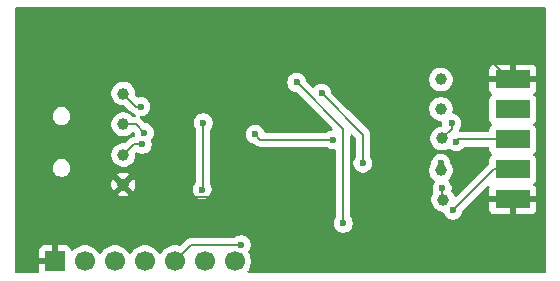
<source format=gbr>
%TF.GenerationSoftware,KiCad,Pcbnew,9.0.6*%
%TF.CreationDate,2025-12-15T15:35:09+00:00*%
%TF.ProjectId,_2 Blaster,a3322042-6c61-4737-9465-722e6b696361,rev?*%
%TF.SameCoordinates,Original*%
%TF.FileFunction,Copper,L2,Bot*%
%TF.FilePolarity,Positive*%
%FSLAX46Y46*%
G04 Gerber Fmt 4.6, Leading zero omitted, Abs format (unit mm)*
G04 Created by KiCad (PCBNEW 9.0.6) date 2025-12-15 15:35:09*
%MOMM*%
%LPD*%
G01*
G04 APERTURE LIST*
%TA.AperFunction,SMDPad,CuDef*%
%ADD10R,3.000000X1.524000*%
%TD*%
%TA.AperFunction,ComponentPad*%
%ADD11R,1.700000X1.700000*%
%TD*%
%TA.AperFunction,ComponentPad*%
%ADD12C,1.700000*%
%TD*%
%TA.AperFunction,SMDPad,CuDef*%
%ADD13C,1.000000*%
%TD*%
%TA.AperFunction,ViaPad*%
%ADD14C,0.600000*%
%TD*%
%TA.AperFunction,Conductor*%
%ADD15C,0.200000*%
%TD*%
G04 APERTURE END LIST*
D10*
%TO.P,JTAG1,2,2*%
%TO.N,GND*%
X131667250Y-89601675D03*
%TO.P,JTAG1,4,4*%
%TO.N,VCCTarget*%
X131667250Y-92141675D03*
%TO.P,JTAG1,6,6*%
%TO.N,NCE*%
X131667250Y-94681675D03*
%TO.P,JTAG1,8,8*%
%TO.N,NCS*%
X131667250Y-97221675D03*
%TO.P,JTAG1,10,10*%
%TO.N,GND*%
X131667250Y-99761675D03*
%TD*%
D11*
%TO.P,J1,1,Pin_1*%
%TO.N,GND*%
X92916375Y-105000000D03*
D12*
%TO.P,J1,2,Pin_2*%
%TO.N,DATA+*%
X95456375Y-105000000D03*
%TO.P,J1,3,Pin_3*%
%TO.N,DATA-*%
X97996375Y-105000000D03*
%TO.P,J1,4,Pin_4*%
%TO.N,+3V3*%
X100536375Y-105000000D03*
%TO.P,J1,5,Pin_5*%
%TO.N,RXD*%
X103076375Y-105000000D03*
%TO.P,J1,6,Pin_6*%
%TO.N,TCKI*%
X105616375Y-105000000D03*
%TO.P,J1,7,Pin_7*%
%TO.N,GND*%
X108156375Y-105000000D03*
%TD*%
D13*
%TO.P,TP7,1,1*%
%TO.N,TMS*%
X125700000Y-94600000D03*
%TD*%
%TO.P,TP8,1,1*%
%TO.N,ASDO*%
X125600000Y-97300000D03*
%TD*%
%TO.P,TP2,1,1*%
%TO.N,DATA-*%
X98700000Y-93400000D03*
%TD*%
%TO.P,TP1,1,1*%
%TO.N,VIN*%
X98700000Y-90800000D03*
%TD*%
%TO.P,TP4,1,1*%
%TO.N,GND*%
X98700000Y-98500000D03*
%TD*%
%TO.P,TP5,1,1*%
%TO.N,TCK*%
X125600000Y-89600000D03*
%TD*%
%TO.P,TP9,1,1*%
%TO.N,TDI*%
X125800000Y-99800000D03*
%TD*%
%TO.P,TP3,1,1*%
%TO.N,DATA+*%
X98700000Y-96000000D03*
%TD*%
%TO.P,TP6,1,1*%
%TO.N,TDO*%
X125600000Y-92100000D03*
%TD*%
D14*
%TO.N,+3V3*%
X105483025Y-93268800D03*
X105378250Y-98923475D03*
%TO.N,GND*%
X103625650Y-99069525D03*
X129800350Y-105302050D03*
X125555375Y-83800000D03*
X115600000Y-103500000D03*
X100034725Y-99104450D03*
%TO.N,DATA+*%
X100320475Y-95100000D03*
%TO.N,DATA-*%
X100500000Y-94097575D03*
%TO.N,VIN*%
X100200000Y-91900000D03*
%TO.N,ASDOI*%
X119000000Y-96685100D03*
X115490625Y-90763725D03*
%TO.N,ENABLE*%
X113395125Y-89858850D03*
X117344825Y-101784150D03*
%TO.N,NCE1*%
X109870875Y-94253050D03*
X116500275Y-94707075D03*
%TO.N,ASDO*%
X125600000Y-96685100D03*
%TO.N,NCS*%
X126625350Y-100666550D03*
%TO.N,TDI*%
X125700000Y-98809175D03*
%TO.N,TDO*%
X125600000Y-92141675D03*
%TO.N,TMS*%
X126500000Y-93300000D03*
%TO.N,NCE*%
X126879350Y-94865825D03*
%TO.N,TCK*%
X125600000Y-89600000D03*
%TO.N,RXD*%
X108703923Y-103603923D03*
%TD*%
D15*
%TO.N,+3V3*%
X105483025Y-98818700D02*
X105378250Y-98923475D01*
X105483025Y-93268800D02*
X105483025Y-98818700D01*
%TO.N,GND*%
X131667250Y-103435150D02*
X129800350Y-105302050D01*
X131667250Y-99761675D02*
X131667250Y-103435150D01*
X103625650Y-99069525D02*
X100174425Y-99069525D01*
X99004450Y-99104450D02*
X98400000Y-98500000D01*
X131667250Y-89601675D02*
X131357050Y-89601675D01*
X115600000Y-103500000D02*
X111624475Y-99524475D01*
X104080600Y-99524475D02*
X103625650Y-99069525D01*
X131357050Y-89601675D02*
X125555375Y-83800000D01*
X100034725Y-98999675D02*
X100034725Y-99104450D01*
X100174425Y-99069525D02*
X100069650Y-98964750D01*
X100034725Y-99104450D02*
X99004450Y-99104450D01*
X100069650Y-98964750D02*
X100034725Y-98999675D01*
X111624475Y-99524475D02*
X104080600Y-99524475D01*
%TO.N,DATA+*%
X99600000Y-95100000D02*
X98700000Y-96000000D01*
X100320475Y-95100000D02*
X99600000Y-95100000D01*
%TO.N,DATA-*%
X100500000Y-94097575D02*
X99802425Y-93400000D01*
X99802425Y-93400000D02*
X98700000Y-93400000D01*
%TO.N,VIN*%
X100200000Y-91900000D02*
X99800000Y-91900000D01*
X99800000Y-91900000D02*
X98700000Y-90800000D01*
%TO.N,ASDOI*%
X119000000Y-94273100D02*
X115490625Y-90763725D01*
X119000000Y-96685100D02*
X119000000Y-94273100D01*
%TO.N,ENABLE*%
X117344825Y-93808550D02*
X113395125Y-89858850D01*
X117344825Y-101784150D02*
X117344825Y-93808550D01*
%TO.N,NCE1*%
X116500275Y-94707075D02*
X110324900Y-94707075D01*
X110324900Y-94707075D02*
X109870875Y-94253050D01*
%TO.N,ASDO*%
X125600000Y-96685100D02*
X125600000Y-97300000D01*
%TO.N,NCS*%
X130070225Y-97221675D02*
X131667250Y-97221675D01*
X126625350Y-100666550D02*
X130070225Y-97221675D01*
%TO.N,TDI*%
X125700000Y-98809175D02*
X125700000Y-99700000D01*
X125700000Y-99700000D02*
X125800000Y-99800000D01*
%TO.N,TMS*%
X126500000Y-93800000D02*
X125700000Y-94600000D01*
X126500000Y-93300000D02*
X126500000Y-93800000D01*
%TO.N,NCE*%
X127063500Y-94681675D02*
X131667250Y-94681675D01*
X126879350Y-94865825D02*
X127063500Y-94681675D01*
%TO.N,RXD*%
X104472452Y-103603923D02*
X108703923Y-103603923D01*
X103076375Y-105000000D02*
X104472452Y-103603923D01*
%TD*%
%TA.AperFunction,Conductor*%
%TO.N,GND*%
G36*
X134442539Y-83520185D02*
G01*
X134488294Y-83572989D01*
X134499500Y-83624500D01*
X134499500Y-105875500D01*
X134479815Y-105942539D01*
X134427011Y-105988294D01*
X134375500Y-105999500D01*
X109342251Y-105999500D01*
X109275212Y-105979815D01*
X109229457Y-105927011D01*
X109219513Y-105857853D01*
X109241933Y-105802615D01*
X109310995Y-105707557D01*
X109407470Y-105518217D01*
X109473132Y-105316130D01*
X109473132Y-105316127D01*
X109506375Y-105106246D01*
X109506375Y-104893753D01*
X109473132Y-104683872D01*
X109473132Y-104683869D01*
X109407470Y-104481782D01*
X109310997Y-104292444D01*
X109304438Y-104283417D01*
X109280957Y-104217611D01*
X109296782Y-104149557D01*
X109317070Y-104122853D01*
X109325712Y-104114212D01*
X109413317Y-103983102D01*
X109473660Y-103837420D01*
X109504423Y-103682765D01*
X109504423Y-103525081D01*
X109504423Y-103525078D01*
X109504422Y-103525076D01*
X109473661Y-103370433D01*
X109473660Y-103370426D01*
X109417651Y-103235207D01*
X109413320Y-103224750D01*
X109413313Y-103224737D01*
X109325712Y-103093634D01*
X109325709Y-103093630D01*
X109214215Y-102982136D01*
X109214211Y-102982133D01*
X109083108Y-102894532D01*
X109083095Y-102894525D01*
X108937424Y-102834187D01*
X108937412Y-102834184D01*
X108782768Y-102803423D01*
X108782765Y-102803423D01*
X108625081Y-102803423D01*
X108625078Y-102803423D01*
X108470433Y-102834184D01*
X108470421Y-102834187D01*
X108324750Y-102894525D01*
X108324737Y-102894532D01*
X108193048Y-102982525D01*
X108126370Y-103003403D01*
X108124157Y-103003423D01*
X104559121Y-103003423D01*
X104559105Y-103003422D01*
X104551509Y-103003422D01*
X104393395Y-103003422D01*
X104286039Y-103032188D01*
X104240662Y-103044347D01*
X104240661Y-103044348D01*
X104190548Y-103073282D01*
X104190547Y-103073283D01*
X104155305Y-103093630D01*
X104103737Y-103123402D01*
X104103734Y-103123404D01*
X103991930Y-103235209D01*
X103560897Y-103666241D01*
X103499574Y-103699726D01*
X103434898Y-103696491D01*
X103392620Y-103682754D01*
X103252647Y-103660584D01*
X103182662Y-103649500D01*
X102970088Y-103649500D01*
X102921417Y-103657208D01*
X102760135Y-103682753D01*
X102557960Y-103748444D01*
X102368554Y-103844951D01*
X102196588Y-103969890D01*
X102046265Y-104120213D01*
X101921324Y-104292182D01*
X101916859Y-104300946D01*
X101868884Y-104351742D01*
X101801063Y-104368536D01*
X101734928Y-104345998D01*
X101695891Y-104300946D01*
X101691425Y-104292182D01*
X101566484Y-104120213D01*
X101416161Y-103969890D01*
X101244195Y-103844951D01*
X101054789Y-103748444D01*
X101054788Y-103748443D01*
X101054787Y-103748443D01*
X100852618Y-103682754D01*
X100852616Y-103682753D01*
X100852615Y-103682753D01*
X100691332Y-103657208D01*
X100642662Y-103649500D01*
X100430088Y-103649500D01*
X100381417Y-103657208D01*
X100220135Y-103682753D01*
X100017960Y-103748444D01*
X99828554Y-103844951D01*
X99656588Y-103969890D01*
X99506265Y-104120213D01*
X99381324Y-104292182D01*
X99376859Y-104300946D01*
X99328884Y-104351742D01*
X99261063Y-104368536D01*
X99194928Y-104345998D01*
X99155891Y-104300946D01*
X99151425Y-104292182D01*
X99026484Y-104120213D01*
X98876161Y-103969890D01*
X98704195Y-103844951D01*
X98514789Y-103748444D01*
X98514788Y-103748443D01*
X98514787Y-103748443D01*
X98312618Y-103682754D01*
X98312616Y-103682753D01*
X98312615Y-103682753D01*
X98151332Y-103657208D01*
X98102662Y-103649500D01*
X97890088Y-103649500D01*
X97841417Y-103657208D01*
X97680135Y-103682753D01*
X97477960Y-103748444D01*
X97288554Y-103844951D01*
X97116588Y-103969890D01*
X96966265Y-104120213D01*
X96841324Y-104292182D01*
X96836859Y-104300946D01*
X96788884Y-104351742D01*
X96721063Y-104368536D01*
X96654928Y-104345998D01*
X96615891Y-104300946D01*
X96611425Y-104292182D01*
X96486484Y-104120213D01*
X96336161Y-103969890D01*
X96164195Y-103844951D01*
X95974789Y-103748444D01*
X95974788Y-103748443D01*
X95974787Y-103748443D01*
X95772618Y-103682754D01*
X95772616Y-103682753D01*
X95772615Y-103682753D01*
X95611332Y-103657208D01*
X95562662Y-103649500D01*
X95350088Y-103649500D01*
X95301417Y-103657208D01*
X95140135Y-103682753D01*
X94937960Y-103748444D01*
X94748554Y-103844951D01*
X94576590Y-103969889D01*
X94462660Y-104083819D01*
X94401337Y-104117303D01*
X94331645Y-104112319D01*
X94275712Y-104070447D01*
X94258797Y-104039470D01*
X94209729Y-103907913D01*
X94209725Y-103907906D01*
X94123565Y-103792812D01*
X94123562Y-103792809D01*
X94008468Y-103706649D01*
X94008461Y-103706645D01*
X93873754Y-103656403D01*
X93873747Y-103656401D01*
X93814219Y-103650000D01*
X93166375Y-103650000D01*
X93166375Y-104566988D01*
X93109368Y-104534075D01*
X92982201Y-104500000D01*
X92850549Y-104500000D01*
X92723382Y-104534075D01*
X92666375Y-104566988D01*
X92666375Y-103650000D01*
X92018530Y-103650000D01*
X91959002Y-103656401D01*
X91958995Y-103656403D01*
X91824288Y-103706645D01*
X91824281Y-103706649D01*
X91709187Y-103792809D01*
X91709184Y-103792812D01*
X91623024Y-103907906D01*
X91623020Y-103907913D01*
X91572778Y-104042620D01*
X91572776Y-104042627D01*
X91566375Y-104102155D01*
X91566375Y-104750000D01*
X92483363Y-104750000D01*
X92450450Y-104807007D01*
X92416375Y-104934174D01*
X92416375Y-105065826D01*
X92450450Y-105192993D01*
X92483363Y-105250000D01*
X91566375Y-105250000D01*
X91566375Y-105875500D01*
X91546690Y-105942539D01*
X91493886Y-105988294D01*
X91442375Y-105999500D01*
X89624500Y-105999500D01*
X89557461Y-105979815D01*
X89511706Y-105927011D01*
X89500500Y-105875500D01*
X89500500Y-99362572D01*
X98190979Y-99362572D01*
X98226328Y-99386192D01*
X98408306Y-99461569D01*
X98408318Y-99461572D01*
X98601504Y-99499999D01*
X98601508Y-99500000D01*
X98798492Y-99500000D01*
X98798495Y-99499999D01*
X98991681Y-99461572D01*
X98991693Y-99461569D01*
X99173676Y-99386190D01*
X99173680Y-99386187D01*
X99209019Y-99362573D01*
X99209020Y-99362572D01*
X98700001Y-98853553D01*
X98700000Y-98853553D01*
X98190979Y-99362572D01*
X89500500Y-99362572D01*
X89500500Y-98401504D01*
X97700000Y-98401504D01*
X97700000Y-98598495D01*
X97738427Y-98791681D01*
X97738430Y-98791693D01*
X97813808Y-98973673D01*
X97813809Y-98973675D01*
X97837425Y-99009019D01*
X98346446Y-98500000D01*
X98346446Y-98499999D01*
X99053553Y-98499999D01*
X99053553Y-98500001D01*
X99562572Y-99009020D01*
X99562573Y-99009019D01*
X99586187Y-98973680D01*
X99586188Y-98973679D01*
X99639642Y-98844628D01*
X104577750Y-98844628D01*
X104577750Y-99002321D01*
X104608511Y-99156964D01*
X104608514Y-99156976D01*
X104668852Y-99302647D01*
X104668859Y-99302660D01*
X104756460Y-99433763D01*
X104756463Y-99433767D01*
X104867957Y-99545261D01*
X104867961Y-99545264D01*
X104999064Y-99632865D01*
X104999077Y-99632872D01*
X105144748Y-99693210D01*
X105144753Y-99693212D01*
X105299403Y-99723974D01*
X105299406Y-99723975D01*
X105299408Y-99723975D01*
X105457094Y-99723975D01*
X105457095Y-99723974D01*
X105611747Y-99693212D01*
X105757429Y-99632869D01*
X105888539Y-99545264D01*
X106000039Y-99433764D01*
X106087644Y-99302654D01*
X106147987Y-99156972D01*
X106178750Y-99002317D01*
X106178750Y-98844633D01*
X106178750Y-98844630D01*
X106178749Y-98844628D01*
X106147987Y-98689978D01*
X106123582Y-98631058D01*
X106092964Y-98557139D01*
X106083525Y-98509687D01*
X106083525Y-94174203D01*
X109070375Y-94174203D01*
X109070375Y-94331896D01*
X109101136Y-94486539D01*
X109101139Y-94486551D01*
X109161477Y-94632222D01*
X109161484Y-94632235D01*
X109249085Y-94763338D01*
X109249088Y-94763342D01*
X109360582Y-94874836D01*
X109360586Y-94874839D01*
X109491689Y-94962440D01*
X109491702Y-94962447D01*
X109602275Y-95008247D01*
X109637378Y-95022787D01*
X109750310Y-95045250D01*
X109792721Y-95053687D01*
X109854632Y-95086072D01*
X109856211Y-95087622D01*
X109956184Y-95187595D01*
X110037498Y-95234541D01*
X110093115Y-95266652D01*
X110245842Y-95307575D01*
X110245843Y-95307575D01*
X115920509Y-95307575D01*
X115987548Y-95327260D01*
X115989400Y-95328473D01*
X116121089Y-95416465D01*
X116121102Y-95416472D01*
X116233437Y-95463002D01*
X116266778Y-95476812D01*
X116404416Y-95504190D01*
X116421428Y-95507574D01*
X116421431Y-95507575D01*
X116421433Y-95507575D01*
X116579115Y-95507575D01*
X116579117Y-95507575D01*
X116596133Y-95504190D01*
X116665721Y-95510416D01*
X116720900Y-95553277D01*
X116744147Y-95619166D01*
X116744325Y-95625807D01*
X116744325Y-101204384D01*
X116724640Y-101271423D01*
X116723427Y-101273275D01*
X116635434Y-101404964D01*
X116635427Y-101404977D01*
X116575089Y-101550648D01*
X116575086Y-101550660D01*
X116544325Y-101705303D01*
X116544325Y-101862996D01*
X116575086Y-102017639D01*
X116575089Y-102017651D01*
X116635427Y-102163322D01*
X116635434Y-102163335D01*
X116723035Y-102294438D01*
X116723038Y-102294442D01*
X116834532Y-102405936D01*
X116834536Y-102405939D01*
X116965639Y-102493540D01*
X116965652Y-102493547D01*
X117111323Y-102553885D01*
X117111328Y-102553887D01*
X117265978Y-102584649D01*
X117265981Y-102584650D01*
X117265983Y-102584650D01*
X117423669Y-102584650D01*
X117423670Y-102584649D01*
X117578322Y-102553887D01*
X117724004Y-102493544D01*
X117855114Y-102405939D01*
X117966614Y-102294439D01*
X118054219Y-102163329D01*
X118114562Y-102017647D01*
X118145325Y-101862992D01*
X118145325Y-101705308D01*
X118145325Y-101705305D01*
X118145324Y-101705303D01*
X118114563Y-101550660D01*
X118114562Y-101550653D01*
X118079933Y-101467050D01*
X118054222Y-101404977D01*
X118054215Y-101404964D01*
X117966223Y-101273275D01*
X117945345Y-101206597D01*
X117945325Y-101204384D01*
X117945325Y-94367022D01*
X117965010Y-94299983D01*
X118017814Y-94254228D01*
X118086972Y-94244284D01*
X118150528Y-94273309D01*
X118157006Y-94279341D01*
X118363181Y-94485516D01*
X118396666Y-94546839D01*
X118399500Y-94573197D01*
X118399500Y-96105334D01*
X118379815Y-96172373D01*
X118378602Y-96174225D01*
X118290609Y-96305914D01*
X118290602Y-96305927D01*
X118230264Y-96451598D01*
X118230261Y-96451610D01*
X118199500Y-96606253D01*
X118199500Y-96763946D01*
X118230261Y-96918589D01*
X118230264Y-96918601D01*
X118290602Y-97064272D01*
X118290609Y-97064285D01*
X118378210Y-97195388D01*
X118378213Y-97195392D01*
X118489707Y-97306886D01*
X118489711Y-97306889D01*
X118620814Y-97394490D01*
X118620827Y-97394497D01*
X118766498Y-97454835D01*
X118766503Y-97454837D01*
X118921153Y-97485599D01*
X118921156Y-97485600D01*
X118921158Y-97485600D01*
X119078844Y-97485600D01*
X119078845Y-97485599D01*
X119233497Y-97454837D01*
X119379179Y-97394494D01*
X119510289Y-97306889D01*
X119621789Y-97195389D01*
X119709394Y-97064279D01*
X119769737Y-96918597D01*
X119800500Y-96763942D01*
X119800500Y-96606258D01*
X119800500Y-96606255D01*
X119800499Y-96606253D01*
X119782273Y-96514624D01*
X119769737Y-96451603D01*
X119761819Y-96432487D01*
X119709397Y-96305927D01*
X119709390Y-96305914D01*
X119621398Y-96174225D01*
X119600520Y-96107547D01*
X119600500Y-96105334D01*
X119600500Y-94362160D01*
X119600501Y-94362147D01*
X119600501Y-94194044D01*
X119595971Y-94177139D01*
X119559577Y-94041316D01*
X119547009Y-94019548D01*
X119480524Y-93904390D01*
X119480518Y-93904382D01*
X117774679Y-92198543D01*
X124599499Y-92198543D01*
X124637947Y-92391829D01*
X124637950Y-92391839D01*
X124713364Y-92573907D01*
X124713371Y-92573920D01*
X124822860Y-92737781D01*
X124822863Y-92737785D01*
X124962214Y-92877136D01*
X124962218Y-92877139D01*
X125126079Y-92986628D01*
X125126092Y-92986635D01*
X125286497Y-93053076D01*
X125308165Y-93062051D01*
X125308169Y-93062051D01*
X125308170Y-93062052D01*
X125501456Y-93100500D01*
X125575500Y-93100500D01*
X125642539Y-93120185D01*
X125688294Y-93172989D01*
X125699500Y-93224500D01*
X125699500Y-93378842D01*
X125699500Y-93378844D01*
X125699499Y-93378844D01*
X125713973Y-93451604D01*
X125707746Y-93521196D01*
X125664883Y-93576373D01*
X125607393Y-93598109D01*
X125607434Y-93598311D01*
X125606224Y-93598551D01*
X125604515Y-93599198D01*
X125601463Y-93599498D01*
X125408170Y-93637947D01*
X125408160Y-93637950D01*
X125226092Y-93713364D01*
X125226079Y-93713371D01*
X125062218Y-93822860D01*
X125062214Y-93822863D01*
X124922863Y-93962214D01*
X124922860Y-93962218D01*
X124813371Y-94126079D01*
X124813364Y-94126092D01*
X124737950Y-94308160D01*
X124737947Y-94308170D01*
X124699500Y-94501456D01*
X124699500Y-94501459D01*
X124699500Y-94698541D01*
X124699500Y-94698543D01*
X124699499Y-94698543D01*
X124737947Y-94891829D01*
X124737950Y-94891839D01*
X124813364Y-95073907D01*
X124813371Y-95073920D01*
X124922860Y-95237781D01*
X124922863Y-95237785D01*
X125062214Y-95377136D01*
X125062218Y-95377139D01*
X125226079Y-95486628D01*
X125226092Y-95486635D01*
X125408160Y-95562049D01*
X125408165Y-95562051D01*
X125408169Y-95562051D01*
X125408170Y-95562052D01*
X125601456Y-95600500D01*
X125601459Y-95600500D01*
X125798543Y-95600500D01*
X125928582Y-95574632D01*
X125991835Y-95562051D01*
X126173914Y-95486632D01*
X126205694Y-95465396D01*
X126272367Y-95444519D01*
X126339747Y-95463002D01*
X126362264Y-95480818D01*
X126369057Y-95487611D01*
X126369061Y-95487614D01*
X126500164Y-95575215D01*
X126500177Y-95575222D01*
X126584845Y-95610292D01*
X126645853Y-95635562D01*
X126800503Y-95666324D01*
X126800506Y-95666325D01*
X126800508Y-95666325D01*
X126958194Y-95666325D01*
X126958195Y-95666324D01*
X127112847Y-95635562D01*
X127258529Y-95575219D01*
X127389639Y-95487614D01*
X127501139Y-95376114D01*
X127515471Y-95354664D01*
X127527085Y-95337284D01*
X127580698Y-95292479D01*
X127630187Y-95282175D01*
X129542751Y-95282175D01*
X129609790Y-95301860D01*
X129655545Y-95354664D01*
X129666751Y-95406175D01*
X129666751Y-95491551D01*
X129673158Y-95551158D01*
X129723452Y-95686003D01*
X129723456Y-95686010D01*
X129809702Y-95801219D01*
X129809703Y-95801219D01*
X129809704Y-95801221D01*
X129858697Y-95837897D01*
X129878082Y-95852409D01*
X129919952Y-95908343D01*
X129924936Y-95978035D01*
X129891450Y-96039357D01*
X129878082Y-96050941D01*
X129809702Y-96102130D01*
X129723456Y-96217339D01*
X129723452Y-96217346D01*
X129673158Y-96352192D01*
X129666751Y-96411791D01*
X129666751Y-96411798D01*
X129666750Y-96411810D01*
X129666750Y-96724550D01*
X129658106Y-96753984D01*
X129651584Y-96783974D01*
X129647827Y-96788992D01*
X129647065Y-96791589D01*
X129630433Y-96812229D01*
X129589705Y-96852959D01*
X129589704Y-96852959D01*
X129589703Y-96852961D01*
X126943783Y-99498880D01*
X126882460Y-99532365D01*
X126812768Y-99527381D01*
X126756835Y-99485509D01*
X126741545Y-99458658D01*
X126686632Y-99326086D01*
X126686628Y-99326079D01*
X126577139Y-99162218D01*
X126577136Y-99162214D01*
X126514589Y-99099667D01*
X126481104Y-99038344D01*
X126480653Y-98987794D01*
X126500500Y-98888019D01*
X126500500Y-98730330D01*
X126500499Y-98730328D01*
X126469737Y-98575678D01*
X126456738Y-98544296D01*
X126409397Y-98430002D01*
X126409390Y-98429989D01*
X126321789Y-98298886D01*
X126321786Y-98298882D01*
X126256594Y-98233690D01*
X126223109Y-98172367D01*
X126228093Y-98102675D01*
X126256594Y-98058328D01*
X126377136Y-97937785D01*
X126377139Y-97937782D01*
X126486632Y-97773914D01*
X126562051Y-97591835D01*
X126589302Y-97454837D01*
X126600500Y-97398543D01*
X126600500Y-97201456D01*
X126562052Y-97008170D01*
X126562051Y-97008169D01*
X126562051Y-97008165D01*
X126508410Y-96878662D01*
X126486633Y-96826088D01*
X126461846Y-96788992D01*
X126430501Y-96742080D01*
X126421398Y-96728456D01*
X126400520Y-96661778D01*
X126400500Y-96659565D01*
X126400500Y-96606255D01*
X126400499Y-96606253D01*
X126382273Y-96514624D01*
X126369737Y-96451603D01*
X126361819Y-96432487D01*
X126309397Y-96305927D01*
X126309390Y-96305914D01*
X126221789Y-96174811D01*
X126221786Y-96174807D01*
X126110292Y-96063313D01*
X126110288Y-96063310D01*
X125979185Y-95975709D01*
X125979172Y-95975702D01*
X125833501Y-95915364D01*
X125833489Y-95915361D01*
X125678845Y-95884600D01*
X125678842Y-95884600D01*
X125521158Y-95884600D01*
X125521155Y-95884600D01*
X125366510Y-95915361D01*
X125366498Y-95915364D01*
X125220827Y-95975702D01*
X125220814Y-95975709D01*
X125089711Y-96063310D01*
X125089707Y-96063313D01*
X124978213Y-96174807D01*
X124978210Y-96174811D01*
X124890609Y-96305914D01*
X124890602Y-96305927D01*
X124830264Y-96451598D01*
X124830261Y-96451610D01*
X124799500Y-96606253D01*
X124799500Y-96659565D01*
X124779815Y-96726604D01*
X124778602Y-96728456D01*
X124713366Y-96826088D01*
X124637950Y-97008160D01*
X124637947Y-97008170D01*
X124599500Y-97201456D01*
X124599500Y-97201459D01*
X124599500Y-97398541D01*
X124599500Y-97398543D01*
X124599499Y-97398543D01*
X124637947Y-97591829D01*
X124637950Y-97591839D01*
X124713364Y-97773907D01*
X124713371Y-97773920D01*
X124822860Y-97937781D01*
X124822863Y-97937785D01*
X124962217Y-98077139D01*
X125041740Y-98130274D01*
X125086545Y-98183886D01*
X125095252Y-98253211D01*
X125075951Y-98302267D01*
X124990609Y-98429989D01*
X124990602Y-98430002D01*
X124930264Y-98575673D01*
X124930261Y-98575685D01*
X124899500Y-98730328D01*
X124899500Y-98888021D01*
X124930261Y-99042664D01*
X124930264Y-99042676D01*
X124970902Y-99140785D01*
X124978371Y-99210254D01*
X124959444Y-99257126D01*
X124913373Y-99326077D01*
X124913364Y-99326093D01*
X124837950Y-99508160D01*
X124837947Y-99508170D01*
X124799500Y-99701456D01*
X124799500Y-99701459D01*
X124799500Y-99898541D01*
X124799500Y-99898543D01*
X124799499Y-99898543D01*
X124837947Y-100091829D01*
X124837950Y-100091839D01*
X124913364Y-100273907D01*
X124913371Y-100273920D01*
X125022860Y-100437781D01*
X125022863Y-100437785D01*
X125162214Y-100577136D01*
X125162218Y-100577139D01*
X125326079Y-100686628D01*
X125326092Y-100686635D01*
X125467946Y-100745392D01*
X125508165Y-100762051D01*
X125508169Y-100762051D01*
X125508170Y-100762052D01*
X125701456Y-100800500D01*
X125701459Y-100800500D01*
X125734048Y-100800500D01*
X125801087Y-100820185D01*
X125846842Y-100872989D01*
X125853708Y-100894252D01*
X125853843Y-100894212D01*
X125855613Y-100900048D01*
X125915952Y-101045722D01*
X125915959Y-101045735D01*
X126003560Y-101176838D01*
X126003563Y-101176842D01*
X126115057Y-101288336D01*
X126115061Y-101288339D01*
X126246164Y-101375940D01*
X126246177Y-101375947D01*
X126316263Y-101404977D01*
X126391853Y-101436287D01*
X126546503Y-101467049D01*
X126546506Y-101467050D01*
X126546508Y-101467050D01*
X126704194Y-101467050D01*
X126704195Y-101467049D01*
X126858847Y-101436287D01*
X127004529Y-101375944D01*
X127135639Y-101288339D01*
X127247139Y-101176839D01*
X127334744Y-101045729D01*
X127395087Y-100900047D01*
X127421797Y-100765768D01*
X127425988Y-100744700D01*
X127458373Y-100682789D01*
X127459869Y-100681265D01*
X127569615Y-100571519D01*
X129667250Y-100571519D01*
X129673651Y-100631047D01*
X129673653Y-100631054D01*
X129723895Y-100765761D01*
X129723899Y-100765768D01*
X129810059Y-100880862D01*
X129810062Y-100880865D01*
X129925156Y-100967025D01*
X129925163Y-100967029D01*
X130059870Y-101017271D01*
X130059877Y-101017273D01*
X130119405Y-101023674D01*
X130119422Y-101023675D01*
X131417250Y-101023675D01*
X131917250Y-101023675D01*
X133215078Y-101023675D01*
X133215094Y-101023674D01*
X133274622Y-101017273D01*
X133274629Y-101017271D01*
X133409336Y-100967029D01*
X133409343Y-100967025D01*
X133524437Y-100880865D01*
X133524440Y-100880862D01*
X133610600Y-100765768D01*
X133610604Y-100765761D01*
X133660846Y-100631054D01*
X133660848Y-100631047D01*
X133667249Y-100571519D01*
X133667250Y-100571502D01*
X133667250Y-100011675D01*
X131917250Y-100011675D01*
X131917250Y-101023675D01*
X131417250Y-101023675D01*
X131417250Y-100011675D01*
X129667250Y-100011675D01*
X129667250Y-100571519D01*
X127569615Y-100571519D01*
X129523448Y-98617685D01*
X129584769Y-98584202D01*
X129654461Y-98589186D01*
X129710394Y-98631058D01*
X129734811Y-98696522D01*
X129723642Y-98748025D01*
X129726996Y-98749276D01*
X129673653Y-98892295D01*
X129673651Y-98892302D01*
X129667250Y-98951830D01*
X129667250Y-99511675D01*
X133667250Y-99511675D01*
X133667250Y-98951847D01*
X133667249Y-98951830D01*
X133660848Y-98892302D01*
X133660846Y-98892295D01*
X133610604Y-98757588D01*
X133610600Y-98757581D01*
X133524440Y-98642488D01*
X133456001Y-98591254D01*
X133414130Y-98535320D01*
X133409146Y-98465628D01*
X133442631Y-98404305D01*
X133455992Y-98392727D01*
X133524796Y-98341221D01*
X133611046Y-98226006D01*
X133661341Y-98091158D01*
X133667750Y-98031548D01*
X133667749Y-96411803D01*
X133661341Y-96352192D01*
X133659432Y-96347075D01*
X133611047Y-96217346D01*
X133611043Y-96217339D01*
X133559373Y-96148318D01*
X133524796Y-96102129D01*
X133456416Y-96050940D01*
X133414547Y-95995008D01*
X133409563Y-95925316D01*
X133443048Y-95863993D01*
X133456411Y-95852413D01*
X133524796Y-95801221D01*
X133611046Y-95686006D01*
X133661341Y-95551158D01*
X133667750Y-95491548D01*
X133667749Y-93871803D01*
X133661341Y-93812192D01*
X133660631Y-93810289D01*
X133611047Y-93677346D01*
X133611043Y-93677339D01*
X133552546Y-93599198D01*
X133524796Y-93562129D01*
X133456416Y-93510940D01*
X133414547Y-93455008D01*
X133409563Y-93385316D01*
X133443048Y-93323993D01*
X133456411Y-93312413D01*
X133524796Y-93261221D01*
X133611046Y-93146006D01*
X133661341Y-93011158D01*
X133667750Y-92951548D01*
X133667749Y-91331803D01*
X133661341Y-91272192D01*
X133639402Y-91213371D01*
X133611047Y-91137346D01*
X133611043Y-91137339D01*
X133524797Y-91022130D01*
X133456000Y-90970628D01*
X133414130Y-90914694D01*
X133409146Y-90845002D01*
X133442632Y-90783680D01*
X133456002Y-90772095D01*
X133524439Y-90720863D01*
X133524440Y-90720862D01*
X133610600Y-90605768D01*
X133610604Y-90605761D01*
X133660846Y-90471054D01*
X133660848Y-90471047D01*
X133667249Y-90411519D01*
X133667250Y-90411502D01*
X133667250Y-89851675D01*
X129667250Y-89851675D01*
X129667250Y-90411519D01*
X129673651Y-90471047D01*
X129673653Y-90471054D01*
X129723895Y-90605761D01*
X129723899Y-90605768D01*
X129810058Y-90720861D01*
X129878498Y-90772095D01*
X129920369Y-90828029D01*
X129925353Y-90897721D01*
X129891868Y-90959044D01*
X129878499Y-90970628D01*
X129809702Y-91022130D01*
X129723456Y-91137339D01*
X129723452Y-91137346D01*
X129673158Y-91272192D01*
X129667711Y-91322860D01*
X129666751Y-91331798D01*
X129666750Y-91331810D01*
X129666750Y-92951545D01*
X129666751Y-92951551D01*
X129673158Y-93011158D01*
X129723452Y-93146003D01*
X129723456Y-93146010D01*
X129809702Y-93261219D01*
X129809703Y-93261219D01*
X129809704Y-93261221D01*
X129835488Y-93280523D01*
X129878082Y-93312409D01*
X129919952Y-93368343D01*
X129924936Y-93438035D01*
X129891450Y-93499357D01*
X129878082Y-93510941D01*
X129809702Y-93562130D01*
X129723456Y-93677339D01*
X129723452Y-93677346D01*
X129673158Y-93812192D01*
X129666751Y-93871791D01*
X129666751Y-93871798D01*
X129666750Y-93871810D01*
X129666750Y-93957175D01*
X129647065Y-94024214D01*
X129594261Y-94069969D01*
X129542750Y-94081175D01*
X127207943Y-94081175D01*
X127186899Y-94074995D01*
X127165014Y-94073507D01*
X127154030Y-94065344D01*
X127140904Y-94061490D01*
X127126541Y-94044914D01*
X127108935Y-94031830D01*
X127104108Y-94019025D01*
X127095149Y-94008686D01*
X127092027Y-93986977D01*
X127084290Y-93966451D01*
X127086178Y-93946300D01*
X127085205Y-93939528D01*
X127086686Y-93931238D01*
X127087347Y-93928147D01*
X127100501Y-93879057D01*
X127100501Y-93866650D01*
X127103244Y-93853827D01*
X127113889Y-93834169D01*
X127120186Y-93812725D01*
X127121399Y-93810873D01*
X127209390Y-93679185D01*
X127209390Y-93679184D01*
X127209394Y-93679179D01*
X127269737Y-93533497D01*
X127300500Y-93378842D01*
X127300500Y-93221158D01*
X127300500Y-93221155D01*
X127300499Y-93221153D01*
X127291515Y-93175990D01*
X127269737Y-93066503D01*
X127267892Y-93062049D01*
X127209397Y-92920827D01*
X127209390Y-92920814D01*
X127121789Y-92789710D01*
X127010292Y-92678213D01*
X127010288Y-92678210D01*
X126879185Y-92590609D01*
X126879172Y-92590602D01*
X126733501Y-92530264D01*
X126733491Y-92530261D01*
X126663706Y-92516380D01*
X126601795Y-92483995D01*
X126567221Y-92423279D01*
X126566281Y-92370571D01*
X126600500Y-92198543D01*
X126600500Y-92001456D01*
X126562052Y-91808170D01*
X126562051Y-91808169D01*
X126562051Y-91808165D01*
X126503376Y-91666510D01*
X126486635Y-91626092D01*
X126486628Y-91626079D01*
X126377139Y-91462218D01*
X126377136Y-91462214D01*
X126237785Y-91322863D01*
X126237781Y-91322860D01*
X126073920Y-91213371D01*
X126073907Y-91213364D01*
X125891839Y-91137950D01*
X125891829Y-91137947D01*
X125698543Y-91099500D01*
X125698541Y-91099500D01*
X125501459Y-91099500D01*
X125501457Y-91099500D01*
X125308170Y-91137947D01*
X125308160Y-91137950D01*
X125126092Y-91213364D01*
X125126079Y-91213371D01*
X124962218Y-91322860D01*
X124962214Y-91322863D01*
X124822863Y-91462214D01*
X124822860Y-91462218D01*
X124713371Y-91626079D01*
X124713364Y-91626092D01*
X124637950Y-91808160D01*
X124637947Y-91808170D01*
X124599500Y-92001456D01*
X124599500Y-92001459D01*
X124599500Y-92198541D01*
X124599500Y-92198543D01*
X124599499Y-92198543D01*
X117774679Y-92198543D01*
X116325198Y-90749062D01*
X116291713Y-90687739D01*
X116291262Y-90685572D01*
X116291125Y-90684883D01*
X116260362Y-90530228D01*
X116251221Y-90508160D01*
X116200022Y-90384552D01*
X116200015Y-90384539D01*
X116112414Y-90253436D01*
X116112411Y-90253432D01*
X116000917Y-90141938D01*
X116000913Y-90141935D01*
X115869810Y-90054334D01*
X115869797Y-90054327D01*
X115724126Y-89993989D01*
X115724114Y-89993986D01*
X115569470Y-89963225D01*
X115569467Y-89963225D01*
X115411783Y-89963225D01*
X115411780Y-89963225D01*
X115257135Y-89993986D01*
X115257123Y-89993989D01*
X115111452Y-90054327D01*
X115111439Y-90054334D01*
X114980336Y-90141935D01*
X114980332Y-90141938D01*
X114868838Y-90253432D01*
X114868833Y-90253439D01*
X114860693Y-90265620D01*
X114807078Y-90310422D01*
X114737752Y-90319125D01*
X114674727Y-90288966D01*
X114669914Y-90284404D01*
X114229699Y-89844189D01*
X114196214Y-89782866D01*
X114195763Y-89780699D01*
X114179421Y-89698543D01*
X124599499Y-89698543D01*
X124637947Y-89891829D01*
X124637950Y-89891839D01*
X124713364Y-90073907D01*
X124713371Y-90073920D01*
X124822860Y-90237781D01*
X124822863Y-90237785D01*
X124962214Y-90377136D01*
X124962218Y-90377139D01*
X125126079Y-90486628D01*
X125126092Y-90486635D01*
X125308160Y-90562049D01*
X125308165Y-90562051D01*
X125308169Y-90562051D01*
X125308170Y-90562052D01*
X125501456Y-90600500D01*
X125501459Y-90600500D01*
X125698543Y-90600500D01*
X125828582Y-90574632D01*
X125891835Y-90562051D01*
X126073914Y-90486632D01*
X126237782Y-90377139D01*
X126377139Y-90237782D01*
X126486632Y-90073914D01*
X126494744Y-90054331D01*
X126519739Y-89993986D01*
X126562051Y-89891835D01*
X126600500Y-89698541D01*
X126600500Y-89501459D01*
X126600500Y-89501456D01*
X126562052Y-89308170D01*
X126562051Y-89308169D01*
X126562051Y-89308165D01*
X126532599Y-89237060D01*
X126486635Y-89126092D01*
X126486628Y-89126079D01*
X126377139Y-88962218D01*
X126377136Y-88962214D01*
X126237785Y-88822863D01*
X126237781Y-88822860D01*
X126191342Y-88791830D01*
X129667250Y-88791830D01*
X129667250Y-89351675D01*
X131417250Y-89351675D01*
X131917250Y-89351675D01*
X133667250Y-89351675D01*
X133667250Y-88791847D01*
X133667249Y-88791830D01*
X133660848Y-88732302D01*
X133660846Y-88732295D01*
X133610604Y-88597588D01*
X133610600Y-88597581D01*
X133524440Y-88482487D01*
X133524437Y-88482484D01*
X133409343Y-88396324D01*
X133409336Y-88396320D01*
X133274629Y-88346078D01*
X133274622Y-88346076D01*
X133215094Y-88339675D01*
X131917250Y-88339675D01*
X131917250Y-89351675D01*
X131417250Y-89351675D01*
X131417250Y-88339675D01*
X130119405Y-88339675D01*
X130059877Y-88346076D01*
X130059870Y-88346078D01*
X129925163Y-88396320D01*
X129925156Y-88396324D01*
X129810062Y-88482484D01*
X129810059Y-88482487D01*
X129723899Y-88597581D01*
X129723895Y-88597588D01*
X129673653Y-88732295D01*
X129673651Y-88732302D01*
X129667250Y-88791830D01*
X126191342Y-88791830D01*
X126073920Y-88713371D01*
X126073907Y-88713364D01*
X125891839Y-88637950D01*
X125891829Y-88637947D01*
X125698543Y-88599500D01*
X125698541Y-88599500D01*
X125501459Y-88599500D01*
X125501457Y-88599500D01*
X125308170Y-88637947D01*
X125308160Y-88637950D01*
X125126092Y-88713364D01*
X125126079Y-88713371D01*
X124962218Y-88822860D01*
X124962214Y-88822863D01*
X124822863Y-88962214D01*
X124822860Y-88962218D01*
X124713371Y-89126079D01*
X124713364Y-89126092D01*
X124637950Y-89308160D01*
X124637947Y-89308170D01*
X124599500Y-89501456D01*
X124599500Y-89501459D01*
X124599500Y-89698541D01*
X124599500Y-89698543D01*
X124599499Y-89698543D01*
X114179421Y-89698543D01*
X114164863Y-89625360D01*
X114164862Y-89625353D01*
X114113543Y-89501456D01*
X114104522Y-89479677D01*
X114104515Y-89479664D01*
X114016914Y-89348561D01*
X114016911Y-89348557D01*
X113905417Y-89237063D01*
X113905413Y-89237060D01*
X113774310Y-89149459D01*
X113774297Y-89149452D01*
X113628626Y-89089114D01*
X113628614Y-89089111D01*
X113473970Y-89058350D01*
X113473967Y-89058350D01*
X113316283Y-89058350D01*
X113316280Y-89058350D01*
X113161635Y-89089111D01*
X113161623Y-89089114D01*
X113015952Y-89149452D01*
X113015939Y-89149459D01*
X112884836Y-89237060D01*
X112884832Y-89237063D01*
X112773338Y-89348557D01*
X112773335Y-89348561D01*
X112685734Y-89479664D01*
X112685727Y-89479677D01*
X112625389Y-89625348D01*
X112625386Y-89625360D01*
X112594625Y-89780003D01*
X112594625Y-89937696D01*
X112625386Y-90092339D01*
X112625389Y-90092351D01*
X112685727Y-90238022D01*
X112685734Y-90238035D01*
X112773335Y-90369138D01*
X112773338Y-90369142D01*
X112884832Y-90480636D01*
X112884836Y-90480639D01*
X113015939Y-90568240D01*
X113015952Y-90568247D01*
X113161623Y-90628585D01*
X113161628Y-90628587D01*
X113226272Y-90641445D01*
X113316974Y-90659488D01*
X113378885Y-90691873D01*
X113380464Y-90693424D01*
X116401008Y-93713968D01*
X116434493Y-93775291D01*
X116429509Y-93844983D01*
X116387637Y-93900916D01*
X116337519Y-93923266D01*
X116266783Y-93937336D01*
X116266773Y-93937339D01*
X116121102Y-93997677D01*
X116121089Y-93997684D01*
X115989400Y-94085677D01*
X115922722Y-94106555D01*
X115920509Y-94106575D01*
X110758974Y-94106575D01*
X110691935Y-94086890D01*
X110646180Y-94034086D01*
X110641449Y-94021575D01*
X110640612Y-94019555D01*
X110640612Y-94019553D01*
X110595306Y-93910174D01*
X110580272Y-93873877D01*
X110580265Y-93873864D01*
X110492664Y-93742761D01*
X110492661Y-93742757D01*
X110381167Y-93631263D01*
X110381163Y-93631260D01*
X110250060Y-93543659D01*
X110250047Y-93543652D01*
X110104376Y-93483314D01*
X110104364Y-93483311D01*
X109949720Y-93452550D01*
X109949717Y-93452550D01*
X109792033Y-93452550D01*
X109792030Y-93452550D01*
X109637385Y-93483311D01*
X109637373Y-93483314D01*
X109491702Y-93543652D01*
X109491689Y-93543659D01*
X109360586Y-93631260D01*
X109360582Y-93631263D01*
X109249088Y-93742757D01*
X109249085Y-93742761D01*
X109161484Y-93873864D01*
X109161477Y-93873877D01*
X109101139Y-94019548D01*
X109101136Y-94019560D01*
X109070375Y-94174203D01*
X106083525Y-94174203D01*
X106083525Y-93848565D01*
X106103210Y-93781526D01*
X106104423Y-93779674D01*
X106148327Y-93713968D01*
X106192419Y-93647979D01*
X106252762Y-93502297D01*
X106283525Y-93347642D01*
X106283525Y-93189958D01*
X106283525Y-93189955D01*
X106283524Y-93189953D01*
X106267254Y-93108160D01*
X106252762Y-93035303D01*
X106242761Y-93011158D01*
X106192422Y-92889627D01*
X106192415Y-92889614D01*
X106104814Y-92758511D01*
X106104811Y-92758507D01*
X105993317Y-92647013D01*
X105993313Y-92647010D01*
X105862210Y-92559409D01*
X105862197Y-92559402D01*
X105716526Y-92499064D01*
X105716514Y-92499061D01*
X105561870Y-92468300D01*
X105561867Y-92468300D01*
X105404183Y-92468300D01*
X105404180Y-92468300D01*
X105249535Y-92499061D01*
X105249523Y-92499064D01*
X105103852Y-92559402D01*
X105103839Y-92559409D01*
X104972736Y-92647010D01*
X104972732Y-92647013D01*
X104861238Y-92758507D01*
X104861235Y-92758511D01*
X104773634Y-92889614D01*
X104773627Y-92889627D01*
X104713289Y-93035298D01*
X104713286Y-93035310D01*
X104682525Y-93189953D01*
X104682525Y-93347646D01*
X104713286Y-93502289D01*
X104713289Y-93502301D01*
X104773627Y-93647972D01*
X104773634Y-93647985D01*
X104861627Y-93779674D01*
X104882505Y-93846351D01*
X104882525Y-93848565D01*
X104882525Y-98235759D01*
X104862840Y-98302798D01*
X104846206Y-98323440D01*
X104756463Y-98413182D01*
X104756460Y-98413186D01*
X104668859Y-98544289D01*
X104668852Y-98544302D01*
X104608514Y-98689973D01*
X104608511Y-98689985D01*
X104577750Y-98844628D01*
X99639642Y-98844628D01*
X99661569Y-98791691D01*
X99661572Y-98791681D01*
X99699999Y-98598495D01*
X99700000Y-98598492D01*
X99700000Y-98401508D01*
X99699999Y-98401504D01*
X99661572Y-98208318D01*
X99661569Y-98208306D01*
X99586192Y-98026328D01*
X99562572Y-97990979D01*
X99053553Y-98499999D01*
X98346446Y-98499999D01*
X97837426Y-97990978D01*
X97837426Y-97990979D01*
X97813813Y-98026318D01*
X97813809Y-98026325D01*
X97738429Y-98208310D01*
X97738427Y-98208318D01*
X97700000Y-98401504D01*
X89500500Y-98401504D01*
X89500500Y-97171495D01*
X92726524Y-97171495D01*
X92755365Y-97316482D01*
X92755368Y-97316492D01*
X92811937Y-97453063D01*
X92811944Y-97453076D01*
X92894073Y-97575990D01*
X92894076Y-97575994D01*
X92998605Y-97680523D01*
X92998609Y-97680526D01*
X93121523Y-97762655D01*
X93121536Y-97762662D01*
X93258107Y-97819231D01*
X93258112Y-97819233D01*
X93258116Y-97819233D01*
X93258117Y-97819234D01*
X93403104Y-97848075D01*
X93403107Y-97848075D01*
X93550945Y-97848075D01*
X93648487Y-97828671D01*
X93695938Y-97819233D01*
X93801572Y-97775477D01*
X93832513Y-97762662D01*
X93832513Y-97762661D01*
X93832520Y-97762659D01*
X93955441Y-97680526D01*
X93955444Y-97680523D01*
X93998542Y-97637426D01*
X98190978Y-97637426D01*
X98700000Y-98146446D01*
X98700001Y-98146446D01*
X99209020Y-97637426D01*
X99173675Y-97613809D01*
X99173673Y-97613808D01*
X98991693Y-97538430D01*
X98991681Y-97538427D01*
X98798495Y-97500000D01*
X98601504Y-97500000D01*
X98408318Y-97538427D01*
X98408310Y-97538429D01*
X98226325Y-97613809D01*
X98226318Y-97613813D01*
X98190979Y-97637426D01*
X98190978Y-97637426D01*
X93998542Y-97637426D01*
X94040012Y-97595956D01*
X94059973Y-97575994D01*
X94059976Y-97575991D01*
X94142109Y-97453070D01*
X94198683Y-97316488D01*
X94208121Y-97269037D01*
X94227525Y-97171495D01*
X94227525Y-97023654D01*
X94198684Y-96878667D01*
X94198683Y-96878666D01*
X94198683Y-96878662D01*
X94188037Y-96852961D01*
X94142112Y-96742086D01*
X94142105Y-96742073D01*
X94059976Y-96619159D01*
X94059973Y-96619155D01*
X93955444Y-96514626D01*
X93955440Y-96514623D01*
X93832526Y-96432494D01*
X93832513Y-96432487D01*
X93695942Y-96375918D01*
X93695932Y-96375915D01*
X93550945Y-96347075D01*
X93550943Y-96347075D01*
X93403107Y-96347075D01*
X93403105Y-96347075D01*
X93258117Y-96375915D01*
X93258107Y-96375918D01*
X93121536Y-96432487D01*
X93121523Y-96432494D01*
X92998609Y-96514623D01*
X92998605Y-96514626D01*
X92894076Y-96619155D01*
X92894073Y-96619159D01*
X92811944Y-96742073D01*
X92811937Y-96742086D01*
X92755368Y-96878657D01*
X92755365Y-96878667D01*
X92726525Y-97023654D01*
X92726525Y-97023657D01*
X92726525Y-97171493D01*
X92726525Y-97171495D01*
X92726524Y-97171495D01*
X89500500Y-97171495D01*
X89500500Y-92771495D01*
X92726524Y-92771495D01*
X92755365Y-92916482D01*
X92755368Y-92916492D01*
X92811937Y-93053063D01*
X92811944Y-93053076D01*
X92894073Y-93175990D01*
X92894076Y-93175994D01*
X92998605Y-93280523D01*
X92998609Y-93280526D01*
X93121523Y-93362655D01*
X93121536Y-93362662D01*
X93257972Y-93419175D01*
X93258112Y-93419233D01*
X93258116Y-93419233D01*
X93258117Y-93419234D01*
X93403104Y-93448075D01*
X93403107Y-93448075D01*
X93550945Y-93448075D01*
X93664010Y-93425584D01*
X93695938Y-93419233D01*
X93832520Y-93362659D01*
X93955441Y-93280526D01*
X94059976Y-93175991D01*
X94142109Y-93053070D01*
X94198683Y-92916488D01*
X94222833Y-92795082D01*
X94227525Y-92771495D01*
X94227525Y-92623654D01*
X94198684Y-92478667D01*
X94198683Y-92478666D01*
X94198683Y-92478662D01*
X94198681Y-92478657D01*
X94142112Y-92342086D01*
X94142105Y-92342073D01*
X94059976Y-92219159D01*
X94059973Y-92219155D01*
X93955444Y-92114626D01*
X93955440Y-92114623D01*
X93832526Y-92032494D01*
X93832513Y-92032487D01*
X93695942Y-91975918D01*
X93695932Y-91975915D01*
X93550945Y-91947075D01*
X93550943Y-91947075D01*
X93403107Y-91947075D01*
X93403105Y-91947075D01*
X93258117Y-91975915D01*
X93258107Y-91975918D01*
X93121536Y-92032487D01*
X93121523Y-92032494D01*
X92998609Y-92114623D01*
X92998605Y-92114626D01*
X92894076Y-92219155D01*
X92894073Y-92219159D01*
X92811944Y-92342073D01*
X92811937Y-92342086D01*
X92755368Y-92478657D01*
X92755365Y-92478667D01*
X92726525Y-92623654D01*
X92726525Y-92623657D01*
X92726525Y-92771493D01*
X92726525Y-92771495D01*
X92726524Y-92771495D01*
X89500500Y-92771495D01*
X89500500Y-90898543D01*
X97699499Y-90898543D01*
X97737947Y-91091829D01*
X97737950Y-91091839D01*
X97813364Y-91273907D01*
X97813371Y-91273920D01*
X97922860Y-91437781D01*
X97922863Y-91437785D01*
X98062214Y-91577136D01*
X98062218Y-91577139D01*
X98226079Y-91686628D01*
X98226092Y-91686635D01*
X98408160Y-91762049D01*
X98408165Y-91762051D01*
X98408169Y-91762051D01*
X98408170Y-91762052D01*
X98601456Y-91800500D01*
X98799903Y-91800500D01*
X98866942Y-91820185D01*
X98887584Y-91836819D01*
X99315139Y-92264374D01*
X99315149Y-92264385D01*
X99319479Y-92268715D01*
X99319480Y-92268716D01*
X99431284Y-92380520D01*
X99518095Y-92430639D01*
X99568215Y-92459577D01*
X99625364Y-92474889D01*
X99633238Y-92478214D01*
X99648995Y-92491089D01*
X99672691Y-92504770D01*
X99689707Y-92521786D01*
X99689711Y-92521789D01*
X99765452Y-92572398D01*
X99787199Y-92598419D01*
X99809355Y-92623989D01*
X99809518Y-92625126D01*
X99810257Y-92626010D01*
X99814478Y-92659622D01*
X99819299Y-92693147D01*
X99818820Y-92694194D01*
X99818964Y-92695335D01*
X99804345Y-92725890D01*
X99790274Y-92756703D01*
X99789306Y-92757324D01*
X99788810Y-92758363D01*
X99759983Y-92776169D01*
X99731496Y-92794477D01*
X99729996Y-92794692D01*
X99729366Y-92795082D01*
X99696561Y-92799500D01*
X99565784Y-92799500D01*
X99498745Y-92779815D01*
X99478103Y-92763181D01*
X99337785Y-92622863D01*
X99337781Y-92622860D01*
X99173920Y-92513371D01*
X99173907Y-92513364D01*
X98991839Y-92437950D01*
X98991829Y-92437947D01*
X98798543Y-92399500D01*
X98798541Y-92399500D01*
X98601459Y-92399500D01*
X98601457Y-92399500D01*
X98408170Y-92437947D01*
X98408160Y-92437950D01*
X98226092Y-92513364D01*
X98226079Y-92513371D01*
X98062218Y-92622860D01*
X98062214Y-92622863D01*
X97922863Y-92762214D01*
X97922860Y-92762218D01*
X97813371Y-92926079D01*
X97813364Y-92926092D01*
X97737950Y-93108160D01*
X97737947Y-93108170D01*
X97699500Y-93301456D01*
X97699500Y-93301459D01*
X97699500Y-93498541D01*
X97699500Y-93498543D01*
X97699499Y-93498543D01*
X97737947Y-93691829D01*
X97737950Y-93691839D01*
X97813364Y-93873907D01*
X97813371Y-93873920D01*
X97922860Y-94037781D01*
X97922863Y-94037785D01*
X98062214Y-94177136D01*
X98062218Y-94177139D01*
X98226079Y-94286628D01*
X98226092Y-94286635D01*
X98384281Y-94352158D01*
X98408165Y-94362051D01*
X98408169Y-94362051D01*
X98408170Y-94362052D01*
X98601456Y-94400500D01*
X98601459Y-94400500D01*
X98798543Y-94400500D01*
X98966844Y-94367022D01*
X98991835Y-94362051D01*
X99173914Y-94286632D01*
X99337782Y-94177139D01*
X99388842Y-94126079D01*
X99446375Y-94068547D01*
X99454320Y-94064208D01*
X99459746Y-94056961D01*
X99484505Y-94047726D01*
X99507698Y-94035062D01*
X99516727Y-94035707D01*
X99525210Y-94032544D01*
X99551030Y-94038160D01*
X99577390Y-94040046D01*
X99586443Y-94045864D01*
X99593483Y-94047396D01*
X99621737Y-94068547D01*
X99665425Y-94112235D01*
X99698910Y-94173558D01*
X99699361Y-94175724D01*
X99730261Y-94331066D01*
X99732031Y-94336899D01*
X99730028Y-94337506D01*
X99736477Y-94397525D01*
X99705198Y-94460002D01*
X99645107Y-94495650D01*
X99614449Y-94499500D01*
X99520942Y-94499500D01*
X99368215Y-94540423D01*
X99368214Y-94540423D01*
X99368212Y-94540424D01*
X99368209Y-94540425D01*
X99318096Y-94569359D01*
X99318095Y-94569360D01*
X99274689Y-94594420D01*
X99231285Y-94619479D01*
X99231282Y-94619481D01*
X98887583Y-94963181D01*
X98826260Y-94996666D01*
X98799902Y-94999500D01*
X98601457Y-94999500D01*
X98408170Y-95037947D01*
X98408160Y-95037950D01*
X98226092Y-95113364D01*
X98226079Y-95113371D01*
X98062218Y-95222860D01*
X98062214Y-95222863D01*
X97922863Y-95362214D01*
X97922860Y-95362218D01*
X97813371Y-95526079D01*
X97813364Y-95526092D01*
X97737950Y-95708160D01*
X97737947Y-95708170D01*
X97699500Y-95901456D01*
X97699500Y-95901459D01*
X97699500Y-96098541D01*
X97699500Y-96098543D01*
X97699499Y-96098543D01*
X97737947Y-96291829D01*
X97737950Y-96291839D01*
X97813364Y-96473907D01*
X97813371Y-96473920D01*
X97922860Y-96637781D01*
X97922863Y-96637785D01*
X98062214Y-96777136D01*
X98062218Y-96777139D01*
X98226079Y-96886628D01*
X98226092Y-96886635D01*
X98408160Y-96962049D01*
X98408165Y-96962051D01*
X98408169Y-96962051D01*
X98408170Y-96962052D01*
X98601456Y-97000500D01*
X98601459Y-97000500D01*
X98798543Y-97000500D01*
X98928582Y-96974632D01*
X98991835Y-96962051D01*
X99173914Y-96886632D01*
X99337782Y-96777139D01*
X99477139Y-96637782D01*
X99586632Y-96473914D01*
X99662051Y-96291835D01*
X99685330Y-96174807D01*
X99700500Y-96098543D01*
X99700500Y-95900096D01*
X99709142Y-95870663D01*
X99715665Y-95840674D01*
X99719422Y-95835654D01*
X99720185Y-95833057D01*
X99736810Y-95812423D01*
X99748573Y-95800660D01*
X99809891Y-95767176D01*
X99879583Y-95772157D01*
X99905145Y-95785239D01*
X99928229Y-95800663D01*
X99941296Y-95809394D01*
X99941298Y-95809395D01*
X99941302Y-95809397D01*
X100086973Y-95869735D01*
X100086978Y-95869737D01*
X100239602Y-95900096D01*
X100241628Y-95900499D01*
X100241631Y-95900500D01*
X100241633Y-95900500D01*
X100399319Y-95900500D01*
X100399320Y-95900499D01*
X100553972Y-95869737D01*
X100666641Y-95823067D01*
X100699647Y-95809397D01*
X100699647Y-95809396D01*
X100699654Y-95809394D01*
X100830764Y-95721789D01*
X100942264Y-95610289D01*
X101029869Y-95479179D01*
X101030850Y-95476812D01*
X101072558Y-95376117D01*
X101090212Y-95333497D01*
X101120975Y-95178842D01*
X101120975Y-95021158D01*
X101120975Y-95021155D01*
X101120974Y-95021153D01*
X101116103Y-94996666D01*
X101090212Y-94866503D01*
X101090210Y-94866498D01*
X101055414Y-94782491D01*
X101047945Y-94713022D01*
X101079221Y-94650543D01*
X101082278Y-94647374D01*
X101121789Y-94607864D01*
X101209394Y-94476754D01*
X101269737Y-94331072D01*
X101300500Y-94176417D01*
X101300500Y-94018733D01*
X101300500Y-94018730D01*
X101300499Y-94018728D01*
X101269737Y-93864078D01*
X101261828Y-93844983D01*
X101209397Y-93718402D01*
X101209390Y-93718389D01*
X101121789Y-93587286D01*
X101121786Y-93587282D01*
X101010292Y-93475788D01*
X101010288Y-93475785D01*
X100879185Y-93388184D01*
X100879172Y-93388177D01*
X100733501Y-93327839D01*
X100733491Y-93327836D01*
X100578149Y-93296936D01*
X100516238Y-93264551D01*
X100514660Y-93263000D01*
X100290178Y-93038518D01*
X100282946Y-93031286D01*
X100282945Y-93031284D01*
X100171141Y-92919480D01*
X100170086Y-92918871D01*
X100163535Y-92912344D01*
X100150428Y-92888446D01*
X100134358Y-92866431D01*
X100133872Y-92858260D01*
X100129936Y-92851083D01*
X100131829Y-92823892D01*
X100130213Y-92796684D01*
X100134222Y-92789547D01*
X100134791Y-92781382D01*
X100151083Y-92759534D01*
X100164434Y-92735769D01*
X100171666Y-92731932D01*
X100176559Y-92725371D01*
X100202074Y-92715800D01*
X100226156Y-92703025D01*
X100239831Y-92701638D01*
X100241978Y-92700833D01*
X100243830Y-92701232D01*
X100251053Y-92700500D01*
X100278844Y-92700500D01*
X100278845Y-92700499D01*
X100433497Y-92669737D01*
X100579179Y-92609394D01*
X100710289Y-92521789D01*
X100821789Y-92410289D01*
X100909394Y-92279179D01*
X100969737Y-92133497D01*
X101000500Y-91978842D01*
X101000500Y-91821158D01*
X101000500Y-91821155D01*
X101000499Y-91821153D01*
X101000306Y-91820185D01*
X100969737Y-91666503D01*
X100969735Y-91666498D01*
X100909397Y-91520827D01*
X100909390Y-91520814D01*
X100821789Y-91389711D01*
X100821786Y-91389707D01*
X100710292Y-91278213D01*
X100710288Y-91278210D01*
X100579185Y-91190609D01*
X100579172Y-91190602D01*
X100433501Y-91130264D01*
X100433489Y-91130261D01*
X100278845Y-91099500D01*
X100278842Y-91099500D01*
X100121158Y-91099500D01*
X100121155Y-91099500D01*
X99960528Y-91131451D01*
X99960049Y-91129046D01*
X99956823Y-91129073D01*
X99943720Y-91133961D01*
X99922578Y-91129361D01*
X99900943Y-91129544D01*
X99887734Y-91121781D01*
X99875447Y-91119109D01*
X99847193Y-91097958D01*
X99736819Y-90987584D01*
X99703334Y-90926261D01*
X99700500Y-90899903D01*
X99700500Y-90701456D01*
X99662052Y-90508170D01*
X99662051Y-90508169D01*
X99662051Y-90508165D01*
X99653130Y-90486628D01*
X99586635Y-90326092D01*
X99586628Y-90326079D01*
X99477139Y-90162218D01*
X99477136Y-90162214D01*
X99337785Y-90022863D01*
X99337781Y-90022860D01*
X99173920Y-89913371D01*
X99173907Y-89913364D01*
X98991839Y-89837950D01*
X98991829Y-89837947D01*
X98798543Y-89799500D01*
X98798541Y-89799500D01*
X98601459Y-89799500D01*
X98601457Y-89799500D01*
X98408170Y-89837947D01*
X98408160Y-89837950D01*
X98226092Y-89913364D01*
X98226079Y-89913371D01*
X98062218Y-90022860D01*
X98062214Y-90022863D01*
X97922863Y-90162214D01*
X97922860Y-90162218D01*
X97813371Y-90326079D01*
X97813364Y-90326092D01*
X97737950Y-90508160D01*
X97737947Y-90508170D01*
X97699500Y-90701456D01*
X97699500Y-90701459D01*
X97699500Y-90898541D01*
X97699500Y-90898543D01*
X97699499Y-90898543D01*
X89500500Y-90898543D01*
X89500500Y-83624500D01*
X89520185Y-83557461D01*
X89572989Y-83511706D01*
X89624500Y-83500500D01*
X134375500Y-83500500D01*
X134442539Y-83520185D01*
G37*
%TD.AperFunction*%
%TD*%
M02*

</source>
